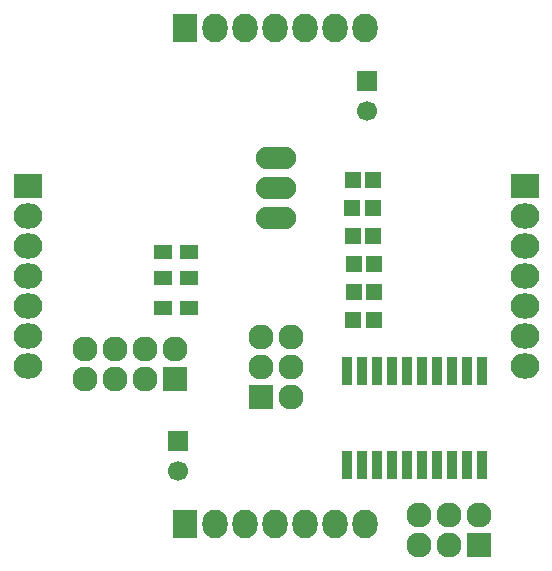
<source format=gbs>
G04 #@! TF.FileFunction,Soldermask,Bot*
%FSLAX46Y46*%
G04 Gerber Fmt 4.6, Leading zero omitted, Abs format (unit mm)*
G04 Created by KiCad (PCBNEW (2016-01-16 BZR 6488, Git a9216b9)-product) date 1/31/2016 10:30:37 PM*
%MOMM*%
G01*
G04 APERTURE LIST*
%ADD10C,0.100000*%
%ADD11R,2.127200X2.127200*%
%ADD12O,2.127200X2.127200*%
%ADD13R,1.700000X1.700000*%
%ADD14C,1.700000*%
%ADD15R,0.900000X2.400000*%
%ADD16O,3.414980X1.906220*%
%ADD17R,2.432000X2.127200*%
%ADD18O,2.432000X2.127200*%
%ADD19R,2.127200X2.432000*%
%ADD20O,2.127200X2.432000*%
%ADD21R,1.600000X1.300000*%
%ADD22R,1.400000X1.400000*%
G04 APERTURE END LIST*
D10*
D11*
X131500000Y-108750000D03*
D12*
X131500000Y-106210000D03*
X128960000Y-108750000D03*
X128960000Y-106210000D03*
X126420000Y-108750000D03*
X126420000Y-106210000D03*
X123880000Y-108750000D03*
X123880000Y-106210000D03*
D13*
X131750000Y-114000000D03*
D14*
X131750000Y-116500000D03*
D13*
X147750000Y-83500000D03*
D14*
X147750000Y-86000000D03*
D11*
X138750000Y-110250000D03*
D12*
X141290000Y-110250000D03*
X138750000Y-107710000D03*
X141290000Y-107710000D03*
X138750000Y-105170000D03*
X141290000Y-105170000D03*
D15*
X146035000Y-108000000D03*
X147305000Y-108000000D03*
X148575000Y-108000000D03*
X149845000Y-108000000D03*
X151115000Y-108000000D03*
X152375000Y-108000000D03*
X153655000Y-108000000D03*
X154925000Y-108000000D03*
X156195000Y-108000000D03*
X157465000Y-108000000D03*
X157465000Y-116000000D03*
X156195000Y-116000000D03*
X154925000Y-116000000D03*
X153655000Y-116000000D03*
X152385000Y-116000000D03*
X151115000Y-116000000D03*
X149845000Y-116000000D03*
X148575000Y-116000000D03*
X147305000Y-116000000D03*
X146035000Y-116000000D03*
D11*
X157250000Y-122750000D03*
D12*
X157250000Y-120210000D03*
X154710000Y-122750000D03*
X154710000Y-120210000D03*
X152170000Y-122750000D03*
X152170000Y-120210000D03*
D16*
X140000000Y-95040000D03*
X140000000Y-92500000D03*
X140000000Y-89960000D03*
D17*
X161125000Y-92375000D03*
D18*
X161125000Y-94915000D03*
X161125000Y-97455000D03*
X161125000Y-99995000D03*
X161125000Y-102535000D03*
X161125000Y-105075000D03*
X161125000Y-107615000D03*
D19*
X132375000Y-79000000D03*
D20*
X134915000Y-79000000D03*
X137455000Y-79000000D03*
X139995000Y-79000000D03*
X142535000Y-79000000D03*
X145075000Y-79000000D03*
X147615000Y-79000000D03*
D19*
X132375000Y-121000000D03*
D20*
X134915000Y-121000000D03*
X137455000Y-121000000D03*
X139995000Y-121000000D03*
X142535000Y-121000000D03*
X145075000Y-121000000D03*
X147615000Y-121000000D03*
D17*
X119000000Y-92375000D03*
D18*
X119000000Y-94915000D03*
X119000000Y-97455000D03*
X119000000Y-99995000D03*
X119000000Y-102535000D03*
X119000000Y-105075000D03*
X119000000Y-107615000D03*
D21*
X130431000Y-102680000D03*
X132631000Y-102680000D03*
X132703000Y-100150000D03*
X130503000Y-100150000D03*
X132705000Y-97947500D03*
X130505000Y-97947500D03*
D22*
X148224000Y-91843900D03*
X146524000Y-91843900D03*
X148209000Y-94231500D03*
X146509000Y-94231500D03*
X148256000Y-96616500D03*
X146556000Y-96616500D03*
X148331000Y-99001600D03*
X146631000Y-99001600D03*
X148335000Y-101346000D03*
X146635000Y-101346000D03*
X148294000Y-103731000D03*
X146594000Y-103731000D03*
M02*

</source>
